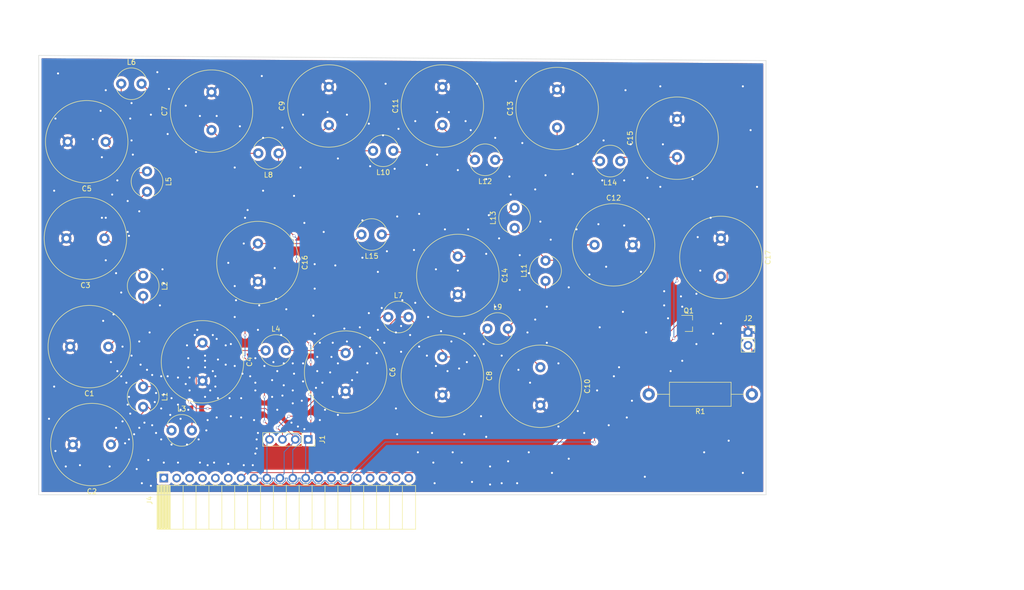
<source format=kicad_pcb>
(kicad_pcb (version 20171130) (host pcbnew 5.1.5+dfsg1-2)
  (layers (0 F.Cu signal) (31 B.Cu signal) (34 B.Paste user) (35 F.Paste user) (36 B.SilkS user) (37 F.SilkS user) (38 B.Mask user) (39 F.Mask user) (44 Edge.Cuts user))
  (net 0 "")
  (net 1 "Net-(J4-Pad1)")
  (net 2 "Net-(J4-Pad2)")
  (net 3 "Net-(J4-Pad3)")
  (net 4 "Net-(J4-Pad4)")
  (net 5 "Net-(J4-Pad5)")
  (net 6 "Net-(J4-Pad6)")
  (net 7 "Net-(J4-Pad7)")
  (net 8 "Net-(J4-Pad18)")
  (net 9 "Net-(J4-Pad19)")
  (net 10 "Net-(J4-Pad20)")
  (net 11 "Net-(J4-Pad13)")
  (net 12 "Net-(J4-Pad14)")
  (net 13 "Net-(J4-Pad15)")
  (net 14 "Net-(J4-Pad16)")
  (net 15 "Net-(J4-Pad17)")
  (net 16 "Net-(C1-Pad1)")
  (net 17 "Net-(C3-Pad1)")
  (net 18 "Net-(C4-Pad1)")
  (net 19 "Net-(C7-Pad1)")
  (net 20 "Net-(C1-Pad2)")
  (net 21 "Net-(C2-Pad1)")
  (net 22 "Net-(C5-Pad1)")
  (net 23 "Net-(C6-Pad1)")
  (net 24 "Net-(C8-Pad1)")
  (net 25 "Net-(C9-Pad1)")
  (net 26 "Net-(C10-Pad1)")
  (net 27 "Net-(C11-Pad1)")
  (net 28 "Net-(C12-Pad1)")
  (net 29 "Net-(C13-Pad1)")
  (net 30 "Net-(C14-Pad1)")
  (net 31 "Net-(C15-Pad1)")
  (net 32 "Net-(C16-Pad1)")
  (net 33 "Net-(C17-Pad2)")
  (net 34 "Net-(J2-Pad2)")
  (module Capacitor_THT:C_Radial_D16.0mm_H25.0mm_P7.50mm (layer F.Cu) (at 109.982 42.672 90)
    (fp_text reference C11 (at 3.75 -9.25 90) (layer F.SilkS))
    (fp_text value C)
    (pad 2 thru_hole circle (at 7.5 0 90) (size 2 2) (drill 1) (layers *.Cu *.Mask) (net 20 "Net-(C1-Pad2)"))
    (pad 1 thru_hole circle (at 0 0 90) (size 2 2) (drill 1) (layers *.Cu *.Mask) (net 27 "Net-(C11-Pad1)"))
  )
  (module Capacitor_THT:C_Radial_D16.0mm_H25.0mm_P7.50mm (layer F.Cu) (at 44.704 105.664 180)
    (fp_text reference C2 (at 3.75 -9.25) (layer F.SilkS))
    (fp_text value C)
    (pad 2 thru_hole circle (at 7.5 0 180) (size 2 2) (drill 1) (layers *.Cu *.Mask) (net 20 "Net-(C1-Pad2)"))
    (pad 1 thru_hole circle (at 0 0 180) (size 2 2) (drill 1) (layers *.Cu *.Mask) (net 21 "Net-(C2-Pad1)"))
  )
  (module Capacitor_THT:C_Radial_D16.0mm_H25.0mm_P7.50mm (layer F.Cu) (at 43.434 65.024 180)
    (fp_text reference C3 (at 3.75 -9.25) (layer F.SilkS))
    (fp_text value C)
    (pad 2 thru_hole circle (at 7.5 0 180) (size 2 2) (drill 1) (layers *.Cu *.Mask) (net 20 "Net-(C1-Pad2)"))
    (pad 1 thru_hole circle (at 0 0 180) (size 2 2) (drill 1) (layers *.Cu *.Mask) (net 17 "Net-(C3-Pad1)"))
  )
  (module Capacitor_THT:C_Radial_D16.0mm_H25.0mm_P7.50mm (layer F.Cu) (at 62.738 85.598 270)
    (fp_text reference C4 (at 3.75 -9.25 90) (layer F.SilkS))
    (fp_text value C)
    (pad 2 thru_hole circle (at 7.5 0 270) (size 2 2) (drill 1) (layers *.Cu *.Mask) (net 20 "Net-(C1-Pad2)"))
    (pad 1 thru_hole circle (at 0 0 270) (size 2 2) (drill 1) (layers *.Cu *.Mask) (net 18 "Net-(C4-Pad1)"))
  )
  (module Capacitor_THT:C_Radial_D16.0mm_H25.0mm_P7.50mm (layer F.Cu) (at 132.588 43.18 90)
    (fp_text reference C13 (at 3.75 -9.25 90) (layer F.SilkS))
    (fp_text value C)
    (pad 2 thru_hole circle (at 7.5 0 90) (size 2 2) (drill 1) (layers *.Cu *.Mask) (net 20 "Net-(C1-Pad2)"))
    (pad 1 thru_hole circle (at 0 0 90) (size 2 2) (drill 1) (layers *.Cu *.Mask) (net 29 "Net-(C13-Pad1)"))
  )
  (module Capacitor_THT:C_Radial_D16.0mm_H25.0mm_P7.50mm (layer F.Cu) (at 139.954 66.294)
    (fp_text reference C12 (at 3.75 -9.25) (layer F.SilkS))
    (fp_text value C)
    (pad 2 thru_hole circle (at 7.5 0) (size 2 2) (drill 1) (layers *.Cu *.Mask) (net 20 "Net-(C1-Pad2)"))
    (pad 1 thru_hole circle (at 0 0) (size 2 2) (drill 1) (layers *.Cu *.Mask) (net 28 "Net-(C12-Pad1)"))
  )
  (module Capacitor_THT:C_Radial_D16.0mm_H25.0mm_P7.50mm (layer F.Cu) (at 73.66 66.04 270)
    (fp_text reference C16 (at 3.75 -9.25 90) (layer F.SilkS))
    (fp_text value C)
    (pad 2 thru_hole circle (at 7.5 0 270) (size 2 2) (drill 1) (layers *.Cu *.Mask) (net 20 "Net-(C1-Pad2)"))
    (pad 1 thru_hole circle (at 0 0 270) (size 2 2) (drill 1) (layers *.Cu *.Mask) (net 32 "Net-(C16-Pad1)"))
  )
  (module Package_TO_SOT_SMD:SOT-23 (layer F.Cu) (at 158.496 81.788)
    (fp_text reference Q1 (at 0 -2.5) (layer F.SilkS))
    (fp_text value 2N7002)
    (pad 3 smd rect (at 1 0) (size 0.9 0.8) (layers F.Cu F.Paste F.Mask) (net 33 "Net-(C17-Pad2)"))
    (pad 2 smd rect (at -1 0.95) (size 0.9 0.8) (layers F.Cu F.Paste F.Mask) (net 31 "Net-(C15-Pad1)"))
    (pad 1 smd rect (at -1 -0.95) (size 0.9 0.8) (layers F.Cu F.Paste F.Mask) (net 7 "Net-(J4-Pad7)"))
  )
  (module Capacitor_THT:C_Radial_D16.0mm_H25.0mm_P7.50mm (layer F.Cu) (at 156.21 49.022 90)
    (fp_text reference C15 (at 3.75 -9.25 90) (layer F.SilkS))
    (fp_text value C)
    (pad 2 thru_hole circle (at 7.5 0 90) (size 2 2) (drill 1) (layers *.Cu *.Mask) (net 20 "Net-(C1-Pad2)"))
    (pad 1 thru_hole circle (at 0 0 90) (size 2 2) (drill 1) (layers *.Cu *.Mask) (net 31 "Net-(C15-Pad1)"))
  )
  (module Capacitor_THT:C_Radial_D16.0mm_H25.0mm_P7.50mm (layer F.Cu) (at 44.196 86.36 180)
    (fp_text reference C1 (at 3.75 -9.25) (layer F.SilkS))
    (fp_text value C)
    (pad 2 thru_hole circle (at 7.5 0 180) (size 2 2) (drill 1) (layers *.Cu *.Mask) (net 20 "Net-(C1-Pad2)"))
    (pad 1 thru_hole circle (at 0 0 180) (size 2 2) (drill 1) (layers *.Cu *.Mask) (net 16 "Net-(C1-Pad1)"))
  )
  (module Capacitor_THT:C_Radial_D16.0mm_H25.0mm_P7.50mm (layer F.Cu) (at 113.03 68.58 270)
    (fp_text reference C14 (at 3.75 -9.25 90) (layer F.SilkS))
    (fp_text value C)
    (pad 2 thru_hole circle (at 7.5 0 270) (size 2 2) (drill 1) (layers *.Cu *.Mask) (net 20 "Net-(C1-Pad2)"))
    (pad 1 thru_hole circle (at 0 0 270) (size 2 2) (drill 1) (layers *.Cu *.Mask) (net 30 "Net-(C14-Pad1)"))
  )
  (module Capacitor_THT:C_Radial_D16.0mm_H25.0mm_P7.50mm (layer F.Cu) (at 164.846 65.024 270)
    (fp_text reference C17 (at 3.75 -9.25 90) (layer F.SilkS))
    (fp_text value C)
    (pad 2 thru_hole circle (at 7.5 0 270) (size 2 2) (drill 1) (layers *.Cu *.Mask) (net 33 "Net-(C17-Pad2)"))
    (pad 1 thru_hole circle (at 0 0 270) (size 2 2) (drill 1) (layers *.Cu *.Mask) (net 20 "Net-(C1-Pad2)"))
  )
  (module Resistor_THT:R_Axial_DIN0414_L11.9mm_D4.5mm_P20.32mm_Horizontal (layer F.Cu) (at 170.942 95.758 180)
    (fp_text reference R1 (at 10.16 -3.37) (layer F.SilkS))
    (fp_text value R)
    (pad 2 thru_hole oval (at 20.32 0 180) (size 2.4 2.4) (drill 1.2) (layers *.Cu *.Mask) (net 33 "Net-(C17-Pad2)"))
    (pad 1 thru_hole circle (at 0 0 180) (size 2.4 2.4) (drill 1.2) (layers *.Cu *.Mask) (net 34 "Net-(J2-Pad2)"))
  )
  (module Connector_PinSocket_2.54mm:PinSocket_1x04_P2.54mm_Vertical (layer F.Cu) (at 83.566 104.648 270)
    (fp_text reference J1 (at 0 -2.77 90) (layer F.SilkS))
    (fp_text value Conn_01x04_Male)
    (pad 4 thru_hole oval (at 0 7.62 270) (size 1.7 1.7) (drill 1) (layers *.Cu *.Mask) (net 32 "Net-(C16-Pad1)"))
    (pad 3 thru_hole oval (at 0 5.08 270) (size 1.7 1.7) (drill 1) (layers *.Cu *.Mask) (net 24 "Net-(C8-Pad1)"))
    (pad 2 thru_hole oval (at 0 2.54 270) (size 1.7 1.7) (drill 1) (layers *.Cu *.Mask) (net 16 "Net-(C1-Pad1)"))
    (pad 1 thru_hole rect (at 0 0 270) (size 1.7 1.7) (drill 1) (layers *.Cu *.Mask) (net 25 "Net-(C9-Pad1)"))
  )
  (module Capacitor_THT:C_Radial_D16.0mm_H25.0mm_P7.50mm (layer F.Cu) (at 129.286 90.424 270)
    (fp_text reference C10 (at 3.75 -9.25 90) (layer F.SilkS))
    (fp_text value C)
    (pad 2 thru_hole circle (at 7.5 0 270) (size 2 2) (drill 1) (layers *.Cu *.Mask) (net 20 "Net-(C1-Pad2)"))
    (pad 1 thru_hole circle (at 0 0 270) (size 2 2) (drill 1) (layers *.Cu *.Mask) (net 26 "Net-(C10-Pad1)"))
  )
  (module Capacitor_THT:C_Radial_D16.0mm_H25.0mm_P7.50mm (layer F.Cu) (at 43.688 45.974 180)
    (fp_text reference C5 (at 3.75 -9.25) (layer F.SilkS))
    (fp_text value C)
    (pad 2 thru_hole circle (at 7.5 0 180) (size 2 2) (drill 1) (layers *.Cu *.Mask) (net 20 "Net-(C1-Pad2)"))
    (pad 1 thru_hole circle (at 0 0 180) (size 2 2) (drill 1) (layers *.Cu *.Mask) (net 22 "Net-(C5-Pad1)"))
  )
  (module Capacitor_THT:C_Radial_D16.0mm_H25.0mm_P7.50mm (layer F.Cu) (at 90.932 87.63 270)
    (fp_text reference C6 (at 3.75 -9.25 90) (layer F.SilkS))
    (fp_text value C)
    (pad 2 thru_hole circle (at 7.5 0 270) (size 2 2) (drill 1) (layers *.Cu *.Mask) (net 20 "Net-(C1-Pad2)"))
    (pad 1 thru_hole circle (at 0 0 270) (size 2 2) (drill 1) (layers *.Cu *.Mask) (net 23 "Net-(C6-Pad1)"))
  )
  (module Capacitor_THT:C_Radial_D16.0mm_H25.0mm_P7.50mm (layer F.Cu) (at 109.982 88.392 270)
    (fp_text reference C8 (at 3.75 -9.25 90) (layer F.SilkS))
    (fp_text value C)
    (pad 2 thru_hole circle (at 7.5 0 270) (size 2 2) (drill 1) (layers *.Cu *.Mask) (net 20 "Net-(C1-Pad2)"))
    (pad 1 thru_hole circle (at 0 0 270) (size 2 2) (drill 1) (layers *.Cu *.Mask) (net 24 "Net-(C8-Pad1)"))
  )
  (module Capacitor_THT:C_Radial_D16.0mm_H25.0mm_P7.50mm (layer F.Cu) (at 87.63 42.672 90)
    (fp_text reference C9 (at 3.75 -9.25 90) (layer F.SilkS))
    (fp_text value C)
    (pad 2 thru_hole circle (at 7.5 0 90) (size 2 2) (drill 1) (layers *.Cu *.Mask) (net 20 "Net-(C1-Pad2)"))
    (pad 1 thru_hole circle (at 0 0 90) (size 2 2) (drill 1) (layers *.Cu *.Mask) (net 25 "Net-(C9-Pad1)"))
  )
  (module Capacitor_THT:C_Radial_D16.0mm_H25.0mm_P7.50mm (layer F.Cu) (at 64.516 43.688 90)
    (fp_text reference C7 (at 3.75 -9.25 90) (layer F.SilkS))
    (fp_text value C)
    (pad 2 thru_hole circle (at 7.5 0 90) (size 2 2) (drill 1) (layers *.Cu *.Mask) (net 20 "Net-(C1-Pad2)"))
    (pad 1 thru_hole circle (at 0 0 90) (size 2 2) (drill 1) (layers *.Cu *.Mask) (net 19 "Net-(C7-Pad1)"))
  )
  (module Connector_PinSocket_2.54mm:PinSocket_1x02_P2.54mm_Vertical (layer F.Cu) (at 170.18 83.566)
    (fp_text reference J2 (at 0 -2.77) (layer F.SilkS))
    (fp_text value Conn_01x02_Male)
    (pad 2 thru_hole oval (at 0 2.54) (size 1.7 1.7) (drill 1) (layers *.Cu *.Mask) (net 34 "Net-(J2-Pad2)"))
    (pad 1 thru_hole rect (at 0 0) (size 1.7 1.7) (drill 1) (layers *.Cu *.Mask) (net 20 "Net-(C1-Pad2)"))
  )
  (module Inductor_THT:L_Radial_D6.0mm_P4.00mm (layer F.Cu) (at 51.054 94.234 270)
    (fp_text reference L1 (at 2 -4.25 90) (layer F.SilkS))
    (fp_text value L)
    (pad 2 thru_hole circle (at 4 0 270) (size 2 2) (drill 1) (layers *.Cu *.Mask) (net 21 "Net-(C2-Pad1)"))
    (pad 1 thru_hole circle (at 0 0 270) (size 2 2) (drill 1) (layers *.Cu *.Mask) (net 16 "Net-(C1-Pad1)"))
  )
  (module Inductor_THT:L_Radial_D6.0mm_P4.00mm (layer F.Cu) (at 51.054 72.39 270)
    (fp_text reference L2 (at 2 -4.25 90) (layer F.SilkS))
    (fp_text value L)
    (pad 2 thru_hole circle (at 4 0 270) (size 2 2) (drill 1) (layers *.Cu *.Mask) (net 16 "Net-(C1-Pad1)"))
    (pad 1 thru_hole circle (at 0 0 270) (size 2 2) (drill 1) (layers *.Cu *.Mask) (net 17 "Net-(C3-Pad1)"))
  )
  (module Inductor_THT:L_Radial_D6.0mm_P4.00mm (layer F.Cu) (at 56.642 102.87)
    (fp_text reference L3 (at 2 -4.25) (layer F.SilkS))
    (fp_text value L)
    (pad 2 thru_hole circle (at 4 0) (size 2 2) (drill 1) (layers *.Cu *.Mask) (net 18 "Net-(C4-Pad1)"))
    (pad 1 thru_hole circle (at 0 0) (size 2 2) (drill 1) (layers *.Cu *.Mask) (net 21 "Net-(C2-Pad1)"))
  )
  (module Inductor_THT:L_Radial_D6.0mm_P4.00mm (layer F.Cu) (at 75.184 87.122)
    (fp_text reference L4 (at 2 -4.25) (layer F.SilkS))
    (fp_text value L)
    (pad 2 thru_hole circle (at 4 0) (size 2 2) (drill 1) (layers *.Cu *.Mask) (net 23 "Net-(C6-Pad1)"))
    (pad 1 thru_hole circle (at 0 0) (size 2 2) (drill 1) (layers *.Cu *.Mask) (net 18 "Net-(C4-Pad1)"))
  )
  (module Inductor_THT:L_Radial_D6.0mm_P4.00mm (layer F.Cu) (at 51.816 51.816 270)
    (fp_text reference L5 (at 2 -4.25 90) (layer F.SilkS))
    (fp_text value L)
    (pad 2 thru_hole circle (at 4 0 270) (size 2 2) (drill 1) (layers *.Cu *.Mask) (net 17 "Net-(C3-Pad1)"))
    (pad 1 thru_hole circle (at 0 0 270) (size 2 2) (drill 1) (layers *.Cu *.Mask) (net 22 "Net-(C5-Pad1)"))
  )
  (module Inductor_THT:L_Radial_D6.0mm_P4.00mm (layer F.Cu) (at 46.736 34.544)
    (fp_text reference L6 (at 2 -4.25) (layer F.SilkS))
    (fp_text value L)
    (pad 2 thru_hole circle (at 4 0) (size 2 2) (drill 1) (layers *.Cu *.Mask) (net 19 "Net-(C7-Pad1)"))
    (pad 1 thru_hole circle (at 0 0) (size 2 2) (drill 1) (layers *.Cu *.Mask) (net 22 "Net-(C5-Pad1)"))
  )
  (module Inductor_THT:L_Radial_D6.0mm_P4.00mm (layer F.Cu) (at 99.314 80.518)
    (fp_text reference L7 (at 2 -4.25) (layer F.SilkS))
    (fp_text value L)
    (pad 2 thru_hole circle (at 4 0) (size 2 2) (drill 1) (layers *.Cu *.Mask) (net 24 "Net-(C8-Pad1)"))
    (pad 1 thru_hole circle (at 0 0) (size 2 2) (drill 1) (layers *.Cu *.Mask) (net 23 "Net-(C6-Pad1)"))
  )
  (module Inductor_THT:L_Radial_D6.0mm_P4.00mm (layer F.Cu) (at 77.724 48.26 180)
    (fp_text reference L8 (at 2 -4.25) (layer F.SilkS))
    (fp_text value L)
    (pad 2 thru_hole circle (at 4 0 180) (size 2 2) (drill 1) (layers *.Cu *.Mask) (net 19 "Net-(C7-Pad1)"))
    (pad 1 thru_hole circle (at 0 0 180) (size 2 2) (drill 1) (layers *.Cu *.Mask) (net 25 "Net-(C9-Pad1)"))
  )
  (module Inductor_THT:L_Radial_D6.0mm_P4.00mm (layer F.Cu) (at 118.872 82.804)
    (fp_text reference L9 (at 2 -4.25) (layer F.SilkS))
    (fp_text value L)
    (pad 2 thru_hole circle (at 4 0) (size 2 2) (drill 1) (layers *.Cu *.Mask) (net 26 "Net-(C10-Pad1)"))
    (pad 1 thru_hole circle (at 0 0) (size 2 2) (drill 1) (layers *.Cu *.Mask) (net 24 "Net-(C8-Pad1)"))
  )
  (module Inductor_THT:L_Radial_D6.0mm_P4.00mm (layer F.Cu) (at 100.33 47.752 180)
    (fp_text reference L10 (at 2 -4.25) (layer F.SilkS))
    (fp_text value L)
    (pad 2 thru_hole circle (at 4 0 180) (size 2 2) (drill 1) (layers *.Cu *.Mask) (net 25 "Net-(C9-Pad1)"))
    (pad 1 thru_hole circle (at 0 0 180) (size 2 2) (drill 1) (layers *.Cu *.Mask) (net 27 "Net-(C11-Pad1)"))
  )
  (module Inductor_THT:L_Radial_D6.0mm_P4.00mm (layer F.Cu) (at 130.302 73.406 90)
    (fp_text reference L11 (at 2 -4.25 90) (layer F.SilkS))
    (fp_text value L)
    (pad 2 thru_hole circle (at 4 0 90) (size 2 2) (drill 1) (layers *.Cu *.Mask) (net 28 "Net-(C12-Pad1)"))
    (pad 1 thru_hole circle (at 0 0 90) (size 2 2) (drill 1) (layers *.Cu *.Mask) (net 26 "Net-(C10-Pad1)"))
  )
  (module Inductor_THT:L_Radial_D6.0mm_P4.00mm (layer F.Cu) (at 120.396 49.53 180)
    (fp_text reference L12 (at 2 -4.25) (layer F.SilkS))
    (fp_text value L)
    (pad 2 thru_hole circle (at 4 0 180) (size 2 2) (drill 1) (layers *.Cu *.Mask) (net 27 "Net-(C11-Pad1)"))
    (pad 1 thru_hole circle (at 0 0 180) (size 2 2) (drill 1) (layers *.Cu *.Mask) (net 29 "Net-(C13-Pad1)"))
  )
  (module Inductor_THT:L_Radial_D6.0mm_P4.00mm (layer F.Cu) (at 124.206 62.992 90)
    (fp_text reference L13 (at 2 -4.25 90) (layer F.SilkS))
    (fp_text value L)
    (pad 2 thru_hole circle (at 4 0 90) (size 2 2) (drill 1) (layers *.Cu *.Mask) (net 30 "Net-(C14-Pad1)"))
    (pad 1 thru_hole circle (at 0 0 90) (size 2 2) (drill 1) (layers *.Cu *.Mask) (net 28 "Net-(C12-Pad1)"))
  )
  (module Inductor_THT:L_Radial_D6.0mm_P4.00mm (layer F.Cu) (at 145.034 49.784 180)
    (fp_text reference L14 (at 2 -4.25) (layer F.SilkS))
    (fp_text value L)
    (pad 2 thru_hole circle (at 4 0 180) (size 2 2) (drill 1) (layers *.Cu *.Mask) (net 29 "Net-(C13-Pad1)"))
    (pad 1 thru_hole circle (at 0 0 180) (size 2 2) (drill 1) (layers *.Cu *.Mask) (net 31 "Net-(C15-Pad1)"))
  )
  (module Inductor_THT:L_Radial_D6.0mm_P4.00mm (layer F.Cu) (at 98.044 64.262 180)
    (fp_text reference L15 (at 2 -4.25) (layer F.SilkS))
    (fp_text value L)
    (pad 2 thru_hole circle (at 4 0 180) (size 2 2) (drill 1) (layers *.Cu *.Mask) (net 32 "Net-(C16-Pad1)"))
    (pad 1 thru_hole circle (at 0 0 180) (size 2 2) (drill 1) (layers *.Cu *.Mask) (net 30 "Net-(C14-Pad1)"))
  )
  (module Connector_PinSocket_2.54mm:PinSocket_1x20_P2.54mm_Horizontal (layer F.Cu) (at 55.118 112.268 90)
    (fp_text reference J4 (at -4.38 -2.77 90) (layer F.SilkS))
    (fp_text value Conn_01x20_Female)
    (pad 20 thru_hole oval (at 0 48.26 90) (size 1.7 1.7) (drill 1) (layers *.Cu *.Mask) (net 10 "Net-(J4-Pad20)"))
    (pad 19 thru_hole oval (at 0 45.72 90) (size 1.7 1.7) (drill 1) (layers *.Cu *.Mask) (net 9 "Net-(J4-Pad19)"))
    (pad 18 thru_hole oval (at 0 43.18 90) (size 1.7 1.7) (drill 1) (layers *.Cu *.Mask) (net 8 "Net-(J4-Pad18)"))
    (pad 17 thru_hole oval (at 0 40.64 90) (size 1.7 1.7) (drill 1) (layers *.Cu *.Mask) (net 15 "Net-(J4-Pad17)"))
    (pad 16 thru_hole oval (at 0 38.1 90) (size 1.7 1.7) (drill 1) (layers *.Cu *.Mask) (net 14 "Net-(J4-Pad16)"))
    (pad 15 thru_hole oval (at 0 35.56 90) (size 1.7 1.7) (drill 1) (layers *.Cu *.Mask) (net 13 "Net-(J4-Pad15)"))
    (pad 14 thru_hole oval (at 0 33.02 90) (size 1.7 1.7) (drill 1) (layers *.Cu *.Mask) (net 12 "Net-(J4-Pad14)"))
    (pad 13 thru_hole oval (at 0 30.48 90) (size 1.7 1.7) (drill 1) (layers *.Cu *.Mask) (net 11 "Net-(J4-Pad13)"))
    (pad 12 thru_hole oval (at 0 27.94 90) (size 1.7 1.7) (drill 1) (layers *.Cu *.Mask) (net 25 "Net-(C9-Pad1)"))
    (pad 11 thru_hole oval (at 0 25.4 90) (size 1.7 1.7) (drill 1) (layers *.Cu *.Mask) (net 24 "Net-(C8-Pad1)"))
    (pad 10 thru_hole oval (at 0 22.86 90) (size 1.7 1.7) (drill 1) (layers *.Cu *.Mask) (net 16 "Net-(C1-Pad1)"))
    (pad 9 thru_hole oval (at 0 20.32 90) (size 1.7 1.7) (drill 1) (layers *.Cu *.Mask) (net 32 "Net-(C16-Pad1)"))
    (pad 8 thru_hole oval (at 0 17.78 90) (size 1.7 1.7) (drill 1) (layers *.Cu *.Mask) (net 31 "Net-(C15-Pad1)"))
    (pad 7 thru_hole oval (at 0 15.24 90) (size 1.7 1.7) (drill 1) (layers *.Cu *.Mask) (net 7 "Net-(J4-Pad7)"))
    (pad 6 thru_hole oval (at 0 12.7 90) (size 1.7 1.7) (drill 1) (layers *.Cu *.Mask) (net 6 "Net-(J4-Pad6)"))
    (pad 5 thru_hole oval (at 0 10.16 90) (size 1.7 1.7) (drill 1) (layers *.Cu *.Mask) (net 5 "Net-(J4-Pad5)"))
    (pad 4 thru_hole oval (at 0 7.62 90) (size 1.7 1.7) (drill 1) (layers *.Cu *.Mask) (net 4 "Net-(J4-Pad4)"))
    (pad 3 thru_hole oval (at 0 5.08 90) (size 1.7 1.7) (drill 1) (layers *.Cu *.Mask) (net 3 "Net-(J4-Pad3)"))
    (pad 2 thru_hole oval (at 0 2.54 90) (size 1.7 1.7) (drill 1) (layers *.Cu *.Mask) (net 2 "Net-(J4-Pad2)"))
    (pad 1 thru_hole rect (at 0 0 90) (size 1.7 1.7) (drill 1) (layers *.Cu *.Mask) (net 1 "Net-(J4-Pad1)"))
  )
  (gr_line (start 30.48 28.956) (end 173.736 29.972) (layer Edge.Cuts) (width 0.1))
  (gr_line (start 30.48 115.57) (end 30.48 28.956) (layer Edge.Cuts) (width 0.1))
  (gr_line (start 173.736 115.57) (end 30.48 115.57) (layer Edge.Cuts) (width 0.1))
  (gr_line (start 173.736 29.972) (end 173.736 115.57) (layer Edge.Cuts) (width 0.1))
  (segment (start 71.433001 111.192999) (end 127.059001 111.192999) (width 0.15) (layer F.Cu) (net 7))
  (segment (start 70.358 112.268) (end 71.433001 111.192999) (width 0.15) (layer F.Cu) (net 7))
  (segment (start 127.059001 111.192999) (end 157.48 80.772) (width 0.15) (layer F.Cu) (net 7))
  (segment (start 78.827999 111.418001) (end 78.827999 107.100001) (width 0.15) (layer B.Cu) (net 16))
  (segment (start 77.978 112.268) (end 78.827999 111.418001) (width 0.15) (layer B.Cu) (net 16))
  (segment (start 78.827999 107.100001) (end 81.026 104.902) (width 0.15) (layer B.Cu) (net 16))
  (segment (start 51.054 76.39) (end 51.054 79.502) (width 0.15) (layer F.Cu) (net 16))
  (segment (start 51.054 79.502) (end 44.196 86.36) (width 0.15) (layer F.Cu) (net 16))
  (segment (start 44.196 86.36) (end 51.054 93.218) (width 0.15) (layer F.Cu) (net 16))
  (segment (start 51.054 93.218) (end 51.054 94.234) (width 0.15) (layer F.Cu) (net 16))
  (via (at 60.198 97.282) (size 0.5) (drill 0.4) (layers F.Cu B.Cu) (net 16))
  (segment (start 51.054 94.234) (end 57.15 94.234) (width 0.15) (layer F.Cu) (net 16))
  (segment (start 57.15 94.234) (end 60.198 97.282) (width 0.15) (layer F.Cu) (net 16))
  (segment (start 60.198 97.282) (end 61.468 98.552) (width 0.15) (layer B.Cu) (net 16))
  (via (at 63.754 98.552) (size 0.5) (drill 0.4) (layers F.Cu B.Cu) (net 16))
  (segment (start 61.468 98.552) (end 63.754 98.552) (width 0.15) (layer B.Cu) (net 16))
  (segment (start 63.754 98.552) (end 75.184 98.552) (width 0.15) (layer F.Cu) (net 16))
  (segment (start 75.184 98.552) (end 81.026 104.394) (width 0.15) (layer F.Cu) (net 16))
  (segment (start 51.816 55.816) (end 43.688 63.944) (width 0.15) (layer F.Cu) (net 17))
  (segment (start 43.688 63.944) (end 43.688 65.278) (width 0.15) (layer F.Cu) (net 17))
  (segment (start 43.688 65.278) (end 44.196 65.278) (width 0.15) (layer F.Cu) (net 17))
  (segment (start 44.196 65.278) (end 51.308 72.39) (width 0.15) (layer F.Cu) (net 17))
  (segment (start 61.512999 100.584788) (end 61.512999 86.569001) (width 0.15) (layer F.Cu) (net 18))
  (segment (start 60.642 102.87) (end 60.642 101.455787) (width 0.15) (layer F.Cu) (net 18))
  (segment (start 60.642 101.455787) (end 61.512999 100.584788) (width 0.15) (layer F.Cu) (net 18))
  (segment (start 61.512999 86.569001) (end 62.738 85.344) (width 0.15) (layer F.Cu) (net 18))
  (segment (start 62.738 85.344) (end 64.516 87.122) (width 0.15) (layer F.Cu) (net 18))
  (segment (start 64.516 87.122) (end 75.184 87.122) (width 0.15) (layer F.Cu) (net 18))
  (segment (start 73.724 48.26) (end 69.088 48.26) (width 0.15) (layer F.Cu) (net 19))
  (segment (start 69.088 48.26) (end 64.516 43.688) (width 0.15) (layer F.Cu) (net 19))
  (segment (start 63.516001 42.688001) (end 58.944001 42.688001) (width 0.15) (layer F.Cu) (net 19))
  (segment (start 64.516 43.688) (end 63.516001 42.688001) (width 0.15) (layer F.Cu) (net 19))
  (segment (start 58.944001 42.688001) (end 50.546 34.29) (width 0.15) (layer F.Cu) (net 19))
  (segment (start 166.071001 66.249001) (end 166.071001 78.949001) (width 0.15) (layer F.Cu) (net 20))
  (segment (start 164.846 65.024) (end 166.071001 66.249001) (width 0.15) (layer F.Cu) (net 20))
  (segment (start 166.071001 78.949001) (end 170.434 83.312) (width 0.15) (layer F.Cu) (net 20))
  (via (at 45.72 102.362) (size 0.5) (drill 0.4) (layers F.Cu B.Cu) (net 20))
  (via (at 46.99 101.092) (size 0.5) (drill 0.4) (layers F.Cu B.Cu) (net 20))
  (via (at 48.514 99.568) (size 0.5) (drill 0.4) (layers F.Cu B.Cu) (net 20))
  (via (at 51.308 101.346) (size 0.5) (drill 0.4) (layers F.Cu B.Cu) (net 20))
  (via (at 50.292 102.362) (size 0.5) (drill 0.4) (layers F.Cu B.Cu) (net 20))
  (via (at 49.276 103.632) (size 0.5) (drill 0.4) (layers F.Cu B.Cu) (net 20))
  (via (at 48.26 104.648) (size 0.5) (drill 0.4) (layers F.Cu B.Cu) (net 20))
  (via (at 47.498 105.41) (size 0.5) (drill 0.4) (layers F.Cu B.Cu) (net 20))
  (via (at 52.832 101.854) (size 0.5) (drill 0.4) (layers F.Cu B.Cu) (net 20))
  (via (at 53.594 103.378) (size 0.5) (drill 0.4) (layers F.Cu B.Cu) (net 20))
  (via (at 54.61 104.648) (size 0.5) (drill 0.4) (layers F.Cu B.Cu) (net 20))
  (via (at 56.642 105.664) (size 0.5) (drill 0.4) (layers F.Cu B.Cu) (net 20))
  (via (at 59.69 105.664) (size 0.5) (drill 0.4) (layers F.Cu B.Cu) (net 20))
  (via (at 61.976 104.648) (size 0.5) (drill 0.4) (layers F.Cu B.Cu) (net 20))
  (via (at 63.5 102.87) (size 0.5) (drill 0.4) (layers F.Cu B.Cu) (net 20))
  (via (at 63.754 100.838) (size 0.5) (drill 0.4) (layers F.Cu B.Cu) (net 20))
  (via (at 53.34 97.282) (size 0.5) (drill 0.4) (layers F.Cu B.Cu) (net 20))
  (via (at 54.61 98.552) (size 0.5) (drill 0.4) (layers F.Cu B.Cu) (net 20))
  (via (at 56.388 99.822) (size 0.5) (drill 0.4) (layers F.Cu B.Cu) (net 20))
  (via (at 58.42 100.584) (size 0.5) (drill 0.4) (layers F.Cu B.Cu) (net 20))
  (via (at 59.944 98.806) (size 0.5) (drill 0.4) (layers F.Cu B.Cu) (net 20))
  (via (at 53.594 95.504) (size 0.5) (drill 0.4) (layers F.Cu B.Cu) (net 20))
  (via (at 55.118 95.758) (size 0.5) (drill 0.4) (layers F.Cu B.Cu) (net 20))
  (via (at 56.642 96.52) (size 0.5) (drill 0.4) (layers F.Cu B.Cu) (net 20))
  (via (at 57.912 97.79) (size 0.5) (drill 0.4) (layers F.Cu B.Cu) (net 20))
  (via (at 58.42 98.806) (size 0.5) (drill 0.4) (layers F.Cu B.Cu) (net 20))
  (via (at 47.752 93.472) (size 0.5) (drill 0.4) (layers F.Cu B.Cu) (net 20))
  (via (at 48.26 96.266) (size 0.5) (drill 0.4) (layers F.Cu B.Cu) (net 20))
  (via (at 48.006 97.79) (size 0.5) (drill 0.4) (layers F.Cu B.Cu) (net 20))
  (via (at 44.704 89.408) (size 0.5) (drill 0.4) (layers F.Cu B.Cu) (net 20))
  (via (at 45.974 91.186) (size 0.5) (drill 0.4) (layers F.Cu B.Cu) (net 20))
  (via (at 46.736 92.202) (size 0.5) (drill 0.4) (layers F.Cu B.Cu) (net 20))
  (via (at 46.99 86.36) (size 0.5) (drill 0.4) (layers F.Cu B.Cu) (net 20))
  (via (at 48.768 88.138) (size 0.5) (drill 0.4) (layers F.Cu B.Cu) (net 20))
  (via (at 50.546 89.916) (size 0.5) (drill 0.4) (layers F.Cu B.Cu) (net 20))
  (via (at 51.816 90.932) (size 0.5) (drill 0.4) (layers F.Cu B.Cu) (net 20))
  (via (at 52.832 91.948) (size 0.5) (drill 0.4) (layers F.Cu B.Cu) (net 20))
  (via (at 54.61 92.202) (size 0.5) (drill 0.4) (layers F.Cu B.Cu) (net 20))
  (via (at 55.88 92.202) (size 0.5) (drill 0.4) (layers F.Cu B.Cu) (net 20))
  (via (at 57.912 92.456) (size 0.5) (drill 0.4) (layers F.Cu B.Cu) (net 20))
  (via (at 59.436 93.726) (size 0.5) (drill 0.4) (layers F.Cu B.Cu) (net 20))
  (via (at 60.198 94.996) (size 0.5) (drill 0.4) (layers F.Cu B.Cu) (net 20))
  (via (at 60.198 92.456) (size 0.5) (drill 0.4) (layers F.Cu B.Cu) (net 20))
  (via (at 59.944 90.424) (size 0.5) (drill 0.4) (layers F.Cu B.Cu) (net 20))
  (via (at 59.944 88.646) (size 0.5) (drill 0.4) (layers F.Cu B.Cu) (net 20))
  (via (at 59.69 86.106) (size 0.5) (drill 0.4) (layers F.Cu B.Cu) (net 20))
  (via (at 61.214 84.074) (size 0.5) (drill 0.4) (layers F.Cu B.Cu) (net 20))
  (via (at 61.722 83.058) (size 0.5) (drill 0.4) (layers F.Cu B.Cu) (net 20))
  (via (at 64.77 84.074) (size 0.5) (drill 0.4) (layers F.Cu B.Cu) (net 20))
  (via (at 65.532 84.836) (size 0.5) (drill 0.4) (layers F.Cu B.Cu) (net 20))
  (via (at 67.31 86.106) (size 0.5) (drill 0.4) (layers F.Cu B.Cu) (net 20))
  (via (at 68.326 85.852) (size 0.5) (drill 0.4) (layers F.Cu B.Cu) (net 20))
  (via (at 63.246 88.138) (size 0.5) (drill 0.4) (layers F.Cu B.Cu) (net 20))
  (via (at 63.246 89.154) (size 0.5) (drill 0.4) (layers F.Cu B.Cu) (net 20))
  (via (at 63.246 90.424) (size 0.5) (drill 0.4) (layers F.Cu B.Cu) (net 20))
  (via (at 64.77 91.186) (size 0.5) (drill 0.4) (layers F.Cu B.Cu) (net 20))
  (via (at 65.278 92.202) (size 0.5) (drill 0.4) (layers F.Cu B.Cu) (net 20))
  (via (at 65.278 94.234) (size 0.5) (drill 0.4) (layers F.Cu B.Cu) (net 20))
  (via (at 64.262 94.996) (size 0.5) (drill 0.4) (layers F.Cu B.Cu) (net 20))
  (via (at 63.246 96.266) (size 0.5) (drill 0.4) (layers F.Cu B.Cu) (net 20))
  (via (at 65.786 88.9) (size 0.5) (drill 0.4) (layers F.Cu B.Cu) (net 20))
  (via (at 67.31 89.916) (size 0.5) (drill 0.4) (layers F.Cu B.Cu) (net 20))
  (via (at 70.612 91.694) (size 0.5) (drill 0.4) (layers F.Cu B.Cu) (net 20))
  (via (at 69.088 90.17) (size 0.5) (drill 0.4) (layers F.Cu B.Cu) (net 20))
  (via (at 72.136 92.202) (size 0.5) (drill 0.4) (layers F.Cu B.Cu) (net 20))
  (via (at 73.152 93.472) (size 0.5) (drill 0.4) (layers F.Cu B.Cu) (net 20))
  (via (at 73.152 94.996) (size 0.5) (drill 0.4) (layers F.Cu B.Cu) (net 20))
  (via (at 70.358 96.52) (size 0.5) (drill 0.4) (layers F.Cu B.Cu) (net 20))
  (via (at 68.072 96.52) (size 0.5) (drill 0.4) (layers F.Cu B.Cu) (net 20))
  (via (at 65.786 96.52) (size 0.5) (drill 0.4) (layers F.Cu B.Cu) (net 20))
  (via (at 65.532 100.33) (size 0.5) (drill 0.4) (layers F.Cu B.Cu) (net 20))
  (via (at 68.326 100.076) (size 0.5) (drill 0.4) (layers F.Cu B.Cu) (net 20))
  (via (at 70.358 100.33) (size 0.5) (drill 0.4) (layers F.Cu B.Cu) (net 20))
  (via (at 72.898 100.838) (size 0.5) (drill 0.4) (layers F.Cu B.Cu) (net 20))
  (via (at 81.534 102.108) (size 0.5) (drill 0.4) (layers F.Cu B.Cu) (net 20))
  (via (at 82.804 102.616) (size 0.5) (drill 0.4) (layers F.Cu B.Cu) (net 20))
  (via (at 80.264 101.346) (size 0.5) (drill 0.4) (layers F.Cu B.Cu) (net 20))
  (via (at 73.66 103.378) (size 0.5) (drill 0.4) (layers F.Cu B.Cu) (net 20))
  (via (at 73.406 104.648) (size 0.5) (drill 0.4) (layers F.Cu B.Cu) (net 20))
  (via (at 73.406 106.426) (size 0.5) (drill 0.4) (layers F.Cu B.Cu) (net 20))
  (via (at 73.152 107.442) (size 0.5) (drill 0.4) (layers F.Cu B.Cu) (net 20))
  (via (at 72.644 109.728) (size 0.5) (drill 0.4) (layers F.Cu B.Cu) (net 20))
  (via (at 70.866 109.728) (size 0.5) (drill 0.4) (layers F.Cu B.Cu) (net 20))
  (via (at 67.818 109.474) (size 0.5) (drill 0.4) (layers F.Cu B.Cu) (net 20))
  (via (at 65.024 109.22) (size 0.5) (drill 0.4) (layers F.Cu B.Cu) (net 20))
  (via (at 63.754 109.728) (size 0.5) (drill 0.4) (layers F.Cu B.Cu) (net 20))
  (via (at 62.23 109.22) (size 0.5) (drill 0.4) (layers F.Cu B.Cu) (net 20))
  (via (at 57.912 109.22) (size 0.5) (drill 0.4) (layers F.Cu B.Cu) (net 20))
  (via (at 55.118 109.22) (size 0.5) (drill 0.4) (layers F.Cu B.Cu) (net 20))
  (via (at 52.07 108.712) (size 0.5) (drill 0.4) (layers F.Cu B.Cu) (net 20))
  (via (at 49.784 110.49) (size 0.5) (drill 0.4) (layers F.Cu B.Cu) (net 20))
  (via (at 50.8 113.284) (size 0.5) (drill 0.4) (layers F.Cu B.Cu) (net 20))
  (via (at 52.578 113.792) (size 0.5) (drill 0.4) (layers F.Cu B.Cu) (net 20))
  (via (at 44.45 109.982) (size 0.5) (drill 0.4) (layers F.Cu B.Cu) (net 20))
  (via (at 38.608 109.728) (size 0.5) (drill 0.4) (layers F.Cu B.Cu) (net 20))
  (via (at 35.814 109.982) (size 0.5) (drill 0.4) (layers F.Cu B.Cu) (net 20))
  (via (at 33.528 94.234) (size 0.5) (drill 0.4) (layers F.Cu B.Cu) (net 20))
  (via (at 32.512 100.584) (size 0.5) (drill 0.4) (layers F.Cu B.Cu) (net 20))
  (via (at 33.782 106.934) (size 0.5) (drill 0.4) (layers F.Cu B.Cu) (net 20))
  (via (at 43.18 81.28) (size 0.5) (drill 0.4) (layers F.Cu B.Cu) (net 20))
  (via (at 45.212 80.01) (size 0.5) (drill 0.4) (layers F.Cu B.Cu) (net 20))
  (via (at 46.736 75.692) (size 0.5) (drill 0.4) (layers F.Cu B.Cu) (net 20))
  (via (at 45.72 71.882) (size 0.5) (drill 0.4) (layers F.Cu B.Cu) (net 20))
  (via (at 43.688 69.342) (size 0.5) (drill 0.4) (layers F.Cu B.Cu) (net 20))
  (via (at 48.26 64.516) (size 0.5) (drill 0.4) (layers F.Cu B.Cu) (net 20))
  (via (at 54.864 71.12) (size 0.5) (drill 0.4) (layers F.Cu B.Cu) (net 20))
  (via (at 55.118 73.914) (size 0.5) (drill 0.4) (layers F.Cu B.Cu) (net 20))
  (via (at 54.356 78.232) (size 0.5) (drill 0.4) (layers F.Cu B.Cu) (net 20))
  (via (at 52.324 83.566) (size 0.5) (drill 0.4) (layers F.Cu B.Cu) (net 20))
  (via (at 50.292 85.344) (size 0.5) (drill 0.4) (layers F.Cu B.Cu) (net 20))
  (via (at 69.088 80.518) (size 0.5) (drill 0.4) (layers F.Cu B.Cu) (net 20))
  (via (at 69.342 77.216) (size 0.5) (drill 0.4) (layers F.Cu B.Cu) (net 20))
  (via (at 69.088 74.422) (size 0.5) (drill 0.4) (layers F.Cu B.Cu) (net 20))
  (via (at 67.818 69.85) (size 0.5) (drill 0.4) (layers F.Cu B.Cu) (net 20))
  (via (at 70.866 66.04) (size 0.5) (drill 0.4) (layers F.Cu B.Cu) (net 20))
  (via (at 71.12 60.96) (size 0.5) (drill 0.4) (layers F.Cu B.Cu) (net 20))
  (via (at 71.628 59.436) (size 0.5) (drill 0.4) (layers F.Cu B.Cu) (net 20))
  (via (at 74.676 55.626) (size 0.5) (drill 0.4) (layers F.Cu B.Cu) (net 20))
  (via (at 76.962 70.866) (size 0.5) (drill 0.4) (layers F.Cu B.Cu) (net 20))
  (via (at 77.216 76.962) (size 0.5) (drill 0.4) (layers F.Cu B.Cu) (net 20))
  (via (at 73.914 78.232) (size 0.5) (drill 0.4) (layers F.Cu B.Cu) (net 20))
  (via (at 73.66 83.058) (size 0.5) (drill 0.4) (layers F.Cu B.Cu) (net 20))
  (via (at 78.232 84.074) (size 0.5) (drill 0.4) (layers F.Cu B.Cu) (net 20))
  (via (at 79.248 78.994) (size 0.5) (drill 0.4) (layers F.Cu B.Cu) (net 20))
  (via (at 84.836 70.104) (size 0.5) (drill 0.4) (layers F.Cu B.Cu) (net 20))
  (via (at 84.836 74.93) (size 0.5) (drill 0.4) (layers F.Cu B.Cu) (net 20))
  (via (at 84.582 80.264) (size 0.5) (drill 0.4) (layers F.Cu B.Cu) (net 20))
  (via (at 84.836 83.82) (size 0.5) (drill 0.4) (layers F.Cu B.Cu) (net 20))
  (via (at 90.678 82.804) (size 0.5) (drill 0.4) (layers F.Cu B.Cu) (net 20))
  (via (at 95.504 79.756) (size 0.5) (drill 0.4) (layers F.Cu B.Cu) (net 20))
  (via (at 93.726 86.36) (size 0.5) (drill 0.4) (layers F.Cu B.Cu) (net 20))
  (via (at 95.758 84.582) (size 0.5) (drill 0.4) (layers F.Cu B.Cu) (net 20))
  (via (at 97.282 83.058) (size 0.5) (drill 0.4) (layers F.Cu B.Cu) (net 20))
  (via (at 101.854 82.296) (size 0.5) (drill 0.4) (layers F.Cu B.Cu) (net 20))
  (via (at 100.838 83.566) (size 0.5) (drill 0.4) (layers F.Cu B.Cu) (net 20))
  (via (at 98.552 85.598) (size 0.5) (drill 0.4) (layers F.Cu B.Cu) (net 20))
  (via (at 97.028 87.63) (size 0.5) (drill 0.4) (layers F.Cu B.Cu) (net 20))
  (via (at 95.25 89.662) (size 0.5) (drill 0.4) (layers F.Cu B.Cu) (net 20))
  (via (at 93.218 91.44) (size 0.5) (drill 0.4) (layers F.Cu B.Cu) (net 20))
  (via (at 92.202 92.964) (size 0.5) (drill 0.4) (layers F.Cu B.Cu) (net 20))
  (via (at 88.392 96.266) (size 0.5) (drill 0.4) (layers F.Cu B.Cu) (net 20))
  (via (at 86.868 98.806) (size 0.5) (drill 0.4) (layers F.Cu B.Cu) (net 20))
  (via (at 85.852 100.838) (size 0.5) (drill 0.4) (layers F.Cu B.Cu) (net 20))
  (via (at 89.408 99.822) (size 0.5) (drill 0.4) (layers F.Cu B.Cu) (net 20))
  (via (at 73.152 88.646) (size 0.5) (drill 0.4) (layers F.Cu B.Cu) (net 20))
  (via (at 74.93 90.17) (size 0.5) (drill 0.4) (layers F.Cu B.Cu) (net 20))
  (via (at 76.454 92.964) (size 0.5) (drill 0.4) (layers F.Cu B.Cu) (net 20))
  (via (at 76.454 96.266) (size 0.5) (drill 0.4) (layers F.Cu B.Cu) (net 20))
  (via (at 77.47 98.806) (size 0.5) (drill 0.4) (layers F.Cu B.Cu) (net 20))
  (via (at 80.518 97.536) (size 0.5) (drill 0.4) (layers F.Cu B.Cu) (net 20))
  (via (at 78.486 96.012) (size 0.5) (drill 0.4) (layers F.Cu B.Cu) (net 20))
  (via (at 82.296 97.028) (size 0.5) (drill 0.4) (layers F.Cu B.Cu) (net 20))
  (via (at 82.55 93.218) (size 0.5) (drill 0.4) (layers F.Cu B.Cu) (net 20))
  (via (at 82.55 89.662) (size 0.5) (drill 0.4) (layers F.Cu B.Cu) (net 20))
  (via (at 78.74 89.662) (size 0.5) (drill 0.4) (layers F.Cu B.Cu) (net 20))
  (via (at 76.708 89.408) (size 0.5) (drill 0.4) (layers F.Cu B.Cu) (net 20))
  (via (at 80.518 89.662) (size 0.5) (drill 0.4) (layers F.Cu B.Cu) (net 20))
  (via (at 80.772 91.694) (size 0.5) (drill 0.4) (layers F.Cu B.Cu) (net 20))
  (via (at 77.47 91.186) (size 0.5) (drill 0.4) (layers F.Cu B.Cu) (net 20))
  (via (at 78.74 93.98) (size 0.5) (drill 0.4) (layers F.Cu B.Cu) (net 20))
  (via (at 80.518 94.996) (size 0.5) (drill 0.4) (layers F.Cu B.Cu) (net 20))
  (via (at 85.09 94.488) (size 0.5) (drill 0.4) (layers F.Cu B.Cu) (net 20))
  (via (at 85.344 91.186) (size 0.5) (drill 0.4) (layers F.Cu B.Cu) (net 20))
  (via (at 85.344 88.392) (size 0.5) (drill 0.4) (layers F.Cu B.Cu) (net 20))
  (via (at 88.138 88.392) (size 0.5) (drill 0.4) (layers F.Cu B.Cu) (net 20))
  (via (at 89.408 89.662) (size 0.5) (drill 0.4) (layers F.Cu B.Cu) (net 20))
  (via (at 87.884 91.44) (size 0.5) (drill 0.4) (layers F.Cu B.Cu) (net 20))
  (via (at 86.36 93.472) (size 0.5) (drill 0.4) (layers F.Cu B.Cu) (net 20))
  (via (at 85.852 85.598) (size 0.5) (drill 0.4) (layers F.Cu B.Cu) (net 20))
  (via (at 88.392 85.598) (size 0.5) (drill 0.4) (layers F.Cu B.Cu) (net 20))
  (via (at 91.186 85.344) (size 0.5) (drill 0.4) (layers F.Cu B.Cu) (net 20))
  (via (at 93.726 82.55) (size 0.5) (drill 0.4) (layers F.Cu B.Cu) (net 20))
  (via (at 98.044 78.74) (size 0.5) (drill 0.4) (layers F.Cu B.Cu) (net 20))
  (via (at 102.108 77.216) (size 0.5) (drill 0.4) (layers F.Cu B.Cu) (net 20))
  (via (at 104.648 77.724) (size 0.5) (drill 0.4) (layers F.Cu B.Cu) (net 20))
  (via (at 107.188 80.518) (size 0.5) (drill 0.4) (layers F.Cu B.Cu) (net 20))
  (via (at 109.728 83.312) (size 0.5) (drill 0.4) (layers F.Cu B.Cu) (net 20))
  (via (at 111.76 85.344) (size 0.5) (drill 0.4) (layers F.Cu B.Cu) (net 20))
  (via (at 114.3 83.82) (size 0.5) (drill 0.4) (layers F.Cu B.Cu) (net 20))
  (via (at 118.11 85.852) (size 0.5) (drill 0.4) (layers F.Cu B.Cu) (net 20))
  (via (at 116.332 88.138) (size 0.5) (drill 0.4) (layers F.Cu B.Cu) (net 20))
  (via (at 114.808 89.408) (size 0.5) (drill 0.4) (layers F.Cu B.Cu) (net 20))
  (via (at 113.284 90.678) (size 0.5) (drill 0.4) (layers F.Cu B.Cu) (net 20))
  (via (at 110.998 91.186) (size 0.5) (drill 0.4) (layers F.Cu B.Cu) (net 20))
  (via (at 108.712 90.17) (size 0.5) (drill 0.4) (layers F.Cu B.Cu) (net 20))
  (via (at 106.934 88.138) (size 0.5) (drill 0.4) (layers F.Cu B.Cu) (net 20))
  (via (at 105.41 86.36) (size 0.5) (drill 0.4) (layers F.Cu B.Cu) (net 20))
  (via (at 103.632 84.074) (size 0.5) (drill 0.4) (layers F.Cu B.Cu) (net 20))
  (via (at 101.854 87.376) (size 0.5) (drill 0.4) (layers F.Cu B.Cu) (net 20))
  (via (at 108.204 109.22) (size 0.5) (drill 0.4) (layers F.Cu B.Cu) (net 20))
  (via (at 113.792 109.22) (size 0.5) (drill 0.4) (layers F.Cu B.Cu) (net 20))
  (via (at 119.38 109.982) (size 0.5) (drill 0.4) (layers F.Cu B.Cu) (net 20))
  (via (at 122.936 108.966) (size 0.5) (drill 0.4) (layers F.Cu B.Cu) (net 20))
  (via (at 108.458 113.284) (size 0.5) (drill 0.4) (layers F.Cu B.Cu) (net 20))
  (via (at 115.824 113.03) (size 0.5) (drill 0.4) (layers F.Cu B.Cu) (net 20))
  (via (at 121.666 113.284) (size 0.5) (drill 0.4) (layers F.Cu B.Cu) (net 20))
  (via (at 124.714 113.284) (size 0.5) (drill 0.4) (layers F.Cu B.Cu) (net 20))
  (via (at 119.38 113.538) (size 0.5) (drill 0.4) (layers F.Cu B.Cu) (net 20))
  (via (at 131.572 111.252) (size 0.5) (drill 0.4) (layers F.Cu B.Cu) (net 20))
  (via (at 134.874 108.458) (size 0.5) (drill 0.4) (layers F.Cu B.Cu) (net 20))
  (via (at 137.922 103.378) (size 0.5) (drill 0.4) (layers F.Cu B.Cu) (net 20))
  (via (at 127 107.188) (size 0.5) (drill 0.4) (layers F.Cu B.Cu) (net 20))
  (via (at 132.842 102.108) (size 0.5) (drill 0.4) (layers F.Cu B.Cu) (net 20))
  (via (at 136.652 99.06) (size 0.5) (drill 0.4) (layers F.Cu B.Cu) (net 20))
  (via (at 140.462 94.996) (size 0.5) (drill 0.4) (layers F.Cu B.Cu) (net 20))
  (via (at 143.764 92.202) (size 0.5) (drill 0.4) (layers F.Cu B.Cu) (net 20))
  (via (at 144.78 90.424) (size 0.5) (drill 0.4) (layers F.Cu B.Cu) (net 20))
  (via (at 150.114 83.566) (size 0.5) (drill 0.4) (layers F.Cu B.Cu) (net 20))
  (via (at 146.304 100.33) (size 0.5) (drill 0.4) (layers F.Cu B.Cu) (net 20))
  (via (at 42.926 60.96) (size 0.5) (drill 0.4) (layers F.Cu B.Cu) (net 20))
  (via (at 48.006 57.658) (size 0.5) (drill 0.4) (layers F.Cu B.Cu) (net 20))
  (via (at 43.688 60.96) (size 0.5) (drill 0.4) (layers F.Cu B.Cu) (net 20))
  (via (at 50.292 59.69) (size 0.5) (drill 0.4) (layers F.Cu B.Cu) (net 20))
  (via (at 48.006 63.754) (size 0.5) (drill 0.4) (layers F.Cu B.Cu) (net 20))
  (via (at 48.768 38.354) (size 0.5) (drill 0.4) (layers F.Cu B.Cu) (net 20))
  (via (at 48.514 41.402) (size 0.5) (drill 0.4) (layers F.Cu B.Cu) (net 20))
  (via (at 48.768 45.72) (size 0.5) (drill 0.4) (layers F.Cu B.Cu) (net 20))
  (via (at 49.022 48.514) (size 0.5) (drill 0.4) (layers F.Cu B.Cu) (net 20))
  (via (at 43.688 35.814) (size 0.5) (drill 0.4) (layers F.Cu B.Cu) (net 20))
  (via (at 42.672 39.878) (size 0.5) (drill 0.4) (layers F.Cu B.Cu) (net 20))
  (via (at 41.148 45.466) (size 0.5) (drill 0.4) (layers F.Cu B.Cu) (net 20))
  (via (at 42.926 49.022) (size 0.5) (drill 0.4) (layers F.Cu B.Cu) (net 20))
  (via (at 45.974 53.594) (size 0.5) (drill 0.4) (layers F.Cu B.Cu) (net 20))
  (via (at 44.958 56.388) (size 0.5) (drill 0.4) (layers F.Cu B.Cu) (net 20))
  (via (at 53.848 32.258) (size 0.5) (drill 0.4) (layers F.Cu B.Cu) (net 20))
  (via (at 56.134 35.56) (size 0.5) (drill 0.4) (layers F.Cu B.Cu) (net 20))
  (via (at 59.436 38.862) (size 0.5) (drill 0.4) (layers F.Cu B.Cu) (net 20))
  (via (at 62.23 40.894) (size 0.5) (drill 0.4) (layers F.Cu B.Cu) (net 20))
  (via (at 65.532 40.894) (size 0.5) (drill 0.4) (layers F.Cu B.Cu) (net 20))
  (via (at 70.104 42.926) (size 0.5) (drill 0.4) (layers F.Cu B.Cu) (net 20))
  (via (at 74.676 45.212) (size 0.5) (drill 0.4) (layers F.Cu B.Cu) (net 20))
  (via (at 78.486 43.18) (size 0.5) (drill 0.4) (layers F.Cu B.Cu) (net 20))
  (via (at 82.55 40.64) (size 0.5) (drill 0.4) (layers F.Cu B.Cu) (net 20))
  (via (at 87.376 40.132) (size 0.5) (drill 0.4) (layers F.Cu B.Cu) (net 20))
  (via (at 91.186 40.64) (size 0.5) (drill 0.4) (layers F.Cu B.Cu) (net 20))
  (via (at 95.504 42.418) (size 0.5) (drill 0.4) (layers F.Cu B.Cu) (net 20))
  (via (at 98.298 44.704) (size 0.5) (drill 0.4) (layers F.Cu B.Cu) (net 20))
  (via (at 101.346 43.434) (size 0.5) (drill 0.4) (layers F.Cu B.Cu) (net 20))
  (via (at 104.648 41.91) (size 0.5) (drill 0.4) (layers F.Cu B.Cu) (net 20))
  (via (at 108.966 40.132) (size 0.5) (drill 0.4) (layers F.Cu B.Cu) (net 20))
  (via (at 111.252 40.132) (size 0.5) (drill 0.4) (layers F.Cu B.Cu) (net 20))
  (via (at 114.554 41.91) (size 0.5) (drill 0.4) (layers F.Cu B.Cu) (net 20))
  (via (at 115.57 43.688) (size 0.5) (drill 0.4) (layers F.Cu B.Cu) (net 20))
  (via (at 120.396 45.212) (size 0.5) (drill 0.4) (layers F.Cu B.Cu) (net 20))
  (via (at 125.73 46.228) (size 0.5) (drill 0.4) (layers F.Cu B.Cu) (net 20))
  (via (at 136.652 46.482) (size 0.5) (drill 0.4) (layers F.Cu B.Cu) (net 20))
  (via (at 141.732 45.72) (size 0.5) (drill 0.4) (layers F.Cu B.Cu) (net 20))
  (via (at 147.066 46.482) (size 0.5) (drill 0.4) (layers F.Cu B.Cu) (net 20))
  (via (at 153.416 46.482) (size 0.5) (drill 0.4) (layers F.Cu B.Cu) (net 20))
  (via (at 159.258 53.34) (size 0.5) (drill 0.4) (layers F.Cu B.Cu) (net 20))
  (via (at 162.814 60.96) (size 0.5) (drill 0.4) (layers F.Cu B.Cu) (net 20))
  (via (at 160.274 64.77) (size 0.5) (drill 0.4) (layers F.Cu B.Cu) (net 20))
  (via (at 160.782 71.374) (size 0.5) (drill 0.4) (layers F.Cu B.Cu) (net 20))
  (via (at 160.02 75.946) (size 0.5) (drill 0.4) (layers F.Cu B.Cu) (net 20))
  (via (at 52.578 40.64) (size 0.5) (drill 0.4) (layers F.Cu B.Cu) (net 20))
  (via (at 55.88 44.45) (size 0.5) (drill 0.4) (layers F.Cu B.Cu) (net 20))
  (via (at 61.468 48.006) (size 0.5) (drill 0.4) (layers F.Cu B.Cu) (net 20))
  (via (at 69.088 51.054) (size 0.5) (drill 0.4) (layers F.Cu B.Cu) (net 20))
  (via (at 82.042 51.054) (size 0.5) (drill 0.4) (layers F.Cu B.Cu) (net 20))
  (via (at 80.772 56.642) (size 0.5) (drill 0.4) (layers F.Cu B.Cu) (net 20))
  (via (at 82.804 61.976) (size 0.5) (drill 0.4) (layers F.Cu B.Cu) (net 20))
  (via (at 86.614 63.754) (size 0.5) (drill 0.4) (layers F.Cu B.Cu) (net 20))
  (via (at 94.234 61.468) (size 0.5) (drill 0.4) (layers F.Cu B.Cu) (net 20))
  (via (at 101.092 60.706) (size 0.5) (drill 0.4) (layers F.Cu B.Cu) (net 20))
  (via (at 110.49 63.246) (size 0.5) (drill 0.4) (layers F.Cu B.Cu) (net 20))
  (via (at 115.062 63.246) (size 0.5) (drill 0.4) (layers F.Cu B.Cu) (net 20))
  (via (at 119.126 60.452) (size 0.5) (drill 0.4) (layers F.Cu B.Cu) (net 20))
  (via (at 123.444 56.388) (size 0.5) (drill 0.4) (layers F.Cu B.Cu) (net 20))
  (via (at 128.27 55.372) (size 0.5) (drill 0.4) (layers F.Cu B.Cu) (net 20))
  (via (at 129.286 61.722) (size 0.5) (drill 0.4) (layers F.Cu B.Cu) (net 20))
  (via (at 131.318 65.278) (size 0.5) (drill 0.4) (layers F.Cu B.Cu) (net 20))
  (via (at 136.398 63.246) (size 0.5) (drill 0.4) (layers F.Cu B.Cu) (net 20))
  (via (at 140.716 62.23) (size 0.5) (drill 0.4) (layers F.Cu B.Cu) (net 20))
  (via (at 145.796 62.484) (size 0.5) (drill 0.4) (layers F.Cu B.Cu) (net 20))
  (via (at 150.622 61.214) (size 0.5) (drill 0.4) (layers F.Cu B.Cu) (net 20))
  (via (at 89.408 49.276) (size 0.5) (drill 0.4) (layers F.Cu B.Cu) (net 20))
  (via (at 95.758 50.8) (size 0.5) (drill 0.4) (layers F.Cu B.Cu) (net 20))
  (via (at 100.584 51.308) (size 0.5) (drill 0.4) (layers F.Cu B.Cu) (net 20))
  (via (at 106.934 50.546) (size 0.5) (drill 0.4) (layers F.Cu B.Cu) (net 20))
  (via (at 108.966 48.514) (size 0.5) (drill 0.4) (layers F.Cu B.Cu) (net 20))
  (via (at 113.03 51.562) (size 0.5) (drill 0.4) (layers F.Cu B.Cu) (net 20))
  (via (at 118.618 53.34) (size 0.5) (drill 0.4) (layers F.Cu B.Cu) (net 20))
  (via (at 123.19 52.832) (size 0.5) (drill 0.4) (layers F.Cu B.Cu) (net 20))
  (via (at 130.302 52.578) (size 0.5) (drill 0.4) (layers F.Cu B.Cu) (net 20))
  (via (at 135.636 52.324) (size 0.5) (drill 0.4) (layers F.Cu B.Cu) (net 20))
  (via (at 141.478 53.594) (size 0.5) (drill 0.4) (layers F.Cu B.Cu) (net 20))
  (via (at 145.796 53.594) (size 0.5) (drill 0.4) (layers F.Cu B.Cu) (net 20))
  (via (at 150.368 53.086) (size 0.5) (drill 0.4) (layers F.Cu B.Cu) (net 20))
  (via (at 152.908 54.864) (size 0.5) (drill 0.4) (layers F.Cu B.Cu) (net 20))
  (via (at 149.098 71.628) (size 0.5) (drill 0.4) (layers F.Cu B.Cu) (net 20))
  (via (at 142.24 70.612) (size 0.5) (drill 0.4) (layers F.Cu B.Cu) (net 20))
  (via (at 138.938 72.136) (size 0.5) (drill 0.4) (layers F.Cu B.Cu) (net 20))
  (via (at 134.874 74.676) (size 0.5) (drill 0.4) (layers F.Cu B.Cu) (net 20))
  (via (at 130.556 78.486) (size 0.5) (drill 0.4) (layers F.Cu B.Cu) (net 20))
  (via (at 128.27 81.026) (size 0.5) (drill 0.4) (layers F.Cu B.Cu) (net 20))
  (via (at 126.746 83.566) (size 0.5) (drill 0.4) (layers F.Cu B.Cu) (net 20))
  (via (at 121.666 88.138) (size 0.5) (drill 0.4) (layers F.Cu B.Cu) (net 20))
  (via (at 124.968 90.932) (size 0.5) (drill 0.4) (layers F.Cu B.Cu) (net 20))
  (via (at 127.254 93.472) (size 0.5) (drill 0.4) (layers F.Cu B.Cu) (net 20))
  (via (at 130.556 85.598) (size 0.5) (drill 0.4) (layers F.Cu B.Cu) (net 20))
  (via (at 132.842 89.662) (size 0.5) (drill 0.4) (layers F.Cu B.Cu) (net 20))
  (via (at 120.396 78.486) (size 0.5) (drill 0.4) (layers F.Cu B.Cu) (net 20))
  (via (at 125.222 75.184) (size 0.5) (drill 0.4) (layers F.Cu B.Cu) (net 20))
  (via (at 127 71.882) (size 0.5) (drill 0.4) (layers F.Cu B.Cu) (net 20))
  (via (at 125.222 68.326) (size 0.5) (drill 0.4) (layers F.Cu B.Cu) (net 20))
  (via (at 121.158 65.024) (size 0.5) (drill 0.4) (layers F.Cu B.Cu) (net 20))
  (via (at 118.618 68.072) (size 0.5) (drill 0.4) (layers F.Cu B.Cu) (net 20))
  (via (at 113.03 71.374) (size 0.5) (drill 0.4) (layers F.Cu B.Cu) (net 20))
  (via (at 108.712 71.12) (size 0.5) (drill 0.4) (layers F.Cu B.Cu) (net 20))
  (via (at 104.394 67.31) (size 0.5) (drill 0.4) (layers F.Cu B.Cu) (net 20))
  (via (at 99.06 67.564) (size 0.5) (drill 0.4) (layers F.Cu B.Cu) (net 20))
  (via (at 105.41 60.198) (size 0.5) (drill 0.4) (layers F.Cu B.Cu) (net 20))
  (via (at 88.9 70.358) (size 0.5) (drill 0.4) (layers F.Cu B.Cu) (net 20))
  (via (at 94.234 68.834) (size 0.5) (drill 0.4) (layers F.Cu B.Cu) (net 20))
  (via (at 97.282 71.628) (size 0.5) (drill 0.4) (layers F.Cu B.Cu) (net 20))
  (via (at 154.94 91.186) (size 0.5) (drill 0.4) (layers F.Cu B.Cu) (net 20))
  (via (at 157.226 89.154) (size 0.5) (drill 0.4) (layers F.Cu B.Cu) (net 20))
  (via (at 160.02 85.852) (size 0.5) (drill 0.4) (layers F.Cu B.Cu) (net 20))
  (via (at 163.322 83.82) (size 0.5) (drill 0.4) (layers F.Cu B.Cu) (net 20))
  (via (at 164.846 81.788) (size 0.5) (drill 0.4) (layers F.Cu B.Cu) (net 20))
  (via (at 142.748 101.854) (size 0.5) (drill 0.4) (layers F.Cu B.Cu) (net 20))
  (via (at 147.32 97.028) (size 0.5) (drill 0.4) (layers F.Cu B.Cu) (net 20))
  (via (at 140.97 82.55) (size 0.5) (drill 0.4) (layers F.Cu B.Cu) (net 20))
  (via (at 145.542 79.502) (size 0.5) (drill 0.4) (layers F.Cu B.Cu) (net 20))
  (via (at 161.544 107.188) (size 0.5) (drill 0.4) (layers F.Cu B.Cu) (net 20))
  (via (at 169.164 111.252) (size 0.5) (drill 0.4) (layers F.Cu B.Cu) (net 20))
  (via (at 149.86 112.014) (size 0.5) (drill 0.4) (layers F.Cu B.Cu) (net 20))
  (via (at 166.37 104.902) (size 0.5) (drill 0.4) (layers F.Cu B.Cu) (net 20))
  (via (at 169.164 35.052) (size 0.5) (drill 0.4) (layers F.Cu B.Cu) (net 20))
  (via (at 170.688 43.688) (size 0.5) (drill 0.4) (layers F.Cu B.Cu) (net 20))
  (via (at 171.958 54.864) (size 0.5) (drill 0.4) (layers F.Cu B.Cu) (net 20))
  (via (at 152.908 35.052) (size 0.5) (drill 0.4) (layers F.Cu B.Cu) (net 20))
  (via (at 34.29 32.512) (size 0.5) (drill 0.4) (layers F.Cu B.Cu) (net 20))
  (via (at 33.782 41.402) (size 0.5) (drill 0.4) (layers F.Cu B.Cu) (net 20))
  (via (at 33.528 55.626) (size 0.5) (drill 0.4) (layers F.Cu B.Cu) (net 20))
  (via (at 74.422 33.02) (size 0.5) (drill 0.4) (layers F.Cu B.Cu) (net 20))
  (via (at 98.806 34.544) (size 0.5) (drill 0.4) (layers F.Cu B.Cu) (net 20))
  (via (at 124.46 34.036) (size 0.5) (drill 0.4) (layers F.Cu B.Cu) (net 20))
  (via (at 116.84 34.544) (size 0.5) (drill 0.4) (layers F.Cu B.Cu) (net 20))
  (via (at 146.05 35.814) (size 0.5) (drill 0.4) (layers F.Cu B.Cu) (net 20))
  (via (at 100.838 98.552) (size 0.5) (drill 0.4) (layers F.Cu B.Cu) (net 20))
  (via (at 117.602 100.076) (size 0.5) (drill 0.4) (layers F.Cu B.Cu) (net 20))
  (via (at 101.092 103.632) (size 0.5) (drill 0.4) (layers F.Cu B.Cu) (net 20))
  (via (at 118.618 104.14) (size 0.5) (drill 0.4) (layers F.Cu B.Cu) (net 20))
  (via (at 107.95 103.378) (size 0.5) (drill 0.4) (layers F.Cu B.Cu) (net 20))
  (via (at 114.3 103.632) (size 0.5) (drill 0.4) (layers F.Cu B.Cu) (net 20))
  (via (at 105.156 107.188) (size 0.5) (drill 0.4) (layers F.Cu B.Cu) (net 20))
  (via (at 112.014 107.188) (size 0.5) (drill 0.4) (layers F.Cu B.Cu) (net 20))
  (via (at 153.67 78.232) (size 0.5) (drill 0.4) (layers F.Cu B.Cu) (net 20))
  (via (at 157.226 78.486) (size 0.5) (drill 0.4) (layers F.Cu B.Cu) (net 20))
  (via (at 156.972 76.454) (size 0.5) (drill 0.4) (layers F.Cu B.Cu) (net 20))
  (via (at 153.67 75.438) (size 0.5) (drill 0.4) (layers F.Cu B.Cu) (net 20))
  (via (at 154.432 80.772) (size 0.5) (drill 0.4) (layers F.Cu B.Cu) (net 20))
  (segment (start 44.704 105.664) (end 51.054 99.314) (width 0.15) (layer F.Cu) (net 21))
  (segment (start 51.054 99.314) (end 51.054 98.298) (width 0.15) (layer F.Cu) (net 21))
  (segment (start 52.07 98.298) (end 56.642 102.87) (width 0.15) (layer F.Cu) (net 21))
  (segment (start 51.054 98.298) (end 52.07 98.298) (width 0.15) (layer F.Cu) (net 21))
  (segment (start 56.642 102.87) (end 56.896 102.87) (width 0.15) (layer F.Cu) (net 21))
  (segment (start 46.736 34.544) (end 46.736 43.18) (width 0.15) (layer F.Cu) (net 22))
  (segment (start 46.736 43.18) (end 43.688 46.228) (width 0.15) (layer F.Cu) (net 22))
  (segment (start 43.688 46.228) (end 49.53 52.07) (width 0.15) (layer F.Cu) (net 22))
  (segment (start 49.53 52.07) (end 51.816 52.07) (width 0.15) (layer F.Cu) (net 22))
  (segment (start 79.184 87.122) (end 90.424 87.122) (width 0.15) (layer F.Cu) (net 23))
  (segment (start 90.424 87.122) (end 90.932 87.63) (width 0.15) (layer F.Cu) (net 23))
  (segment (start 90.932 87.63) (end 98.298 80.264) (width 0.15) (layer F.Cu) (net 23))
  (segment (start 98.298 80.264) (end 99.314 80.264) (width 0.15) (layer F.Cu) (net 23))
  (segment (start 99.314 80.264) (end 99.314 80.518) (width 0.15) (layer F.Cu) (net 23))
  (segment (start 79.561001 103.572999) (end 79.335999 103.798001) (width 0.15) (layer B.Cu) (net 24))
  (segment (start 80.518 106.747002) (end 82.101001 105.164001) (width 0.15) (layer B.Cu) (net 24))
  (segment (start 82.101001 105.164001) (end 82.101001 104.131999) (width 0.15) (layer B.Cu) (net 24))
  (segment (start 80.518 112.268) (end 80.518 106.747002) (width 0.15) (layer B.Cu) (net 24))
  (segment (start 82.101001 104.131999) (end 81.542001 103.572999) (width 0.15) (layer B.Cu) (net 24))
  (segment (start 81.542001 103.572999) (end 79.561001 103.572999) (width 0.15) (layer B.Cu) (net 24))
  (segment (start 79.335999 103.798001) (end 78.486 104.648) (width 0.15) (layer B.Cu) (net 24))
  (segment (start 103.314 80.518) (end 110.236 87.44) (width 0.15) (layer F.Cu) (net 24))
  (segment (start 110.236 87.44) (end 110.236 88.392) (width 0.15) (layer F.Cu) (net 24))
  (segment (start 113.284 88.392) (end 118.872 82.804) (width 0.15) (layer F.Cu) (net 24))
  (segment (start 110.236 88.392) (end 113.284 88.392) (width 0.15) (layer F.Cu) (net 24))
  (segment (start 118.872 82.804) (end 119.126 82.804) (width 0.15) (layer F.Cu) (net 24))
  (segment (start 119.126 82.804) (end 119.38 82.55) (width 0.15) (layer F.Cu) (net 24))
  (via (at 77.47 102.362) (size 0.5) (drill 0.4) (layers F.Cu B.Cu) (net 24))
  (segment (start 78.486 104.648) (end 78.486 103.378) (width 0.15) (layer F.Cu) (net 24))
  (segment (start 78.486 103.378) (end 77.47 102.362) (width 0.15) (layer F.Cu) (net 24))
  (via (at 79.756 100.076) (size 0.5) (drill 0.4) (layers F.Cu B.Cu) (net 24))
  (segment (start 77.47 102.362) (end 79.756 100.076) (width 0.15) (layer B.Cu) (net 24))
  (segment (start 81.569002 100.076) (end 101.127002 80.518) (width 0.15) (layer F.Cu) (net 24))
  (segment (start 79.756 100.076) (end 81.569002 100.076) (width 0.15) (layer F.Cu) (net 24))
  (segment (start 101.127002 80.518) (end 103.378 80.518) (width 0.15) (layer F.Cu) (net 24))
  (segment (start 83.058 112.268) (end 83.058 105.156) (width 0.15) (layer B.Cu) (net 25))
  (segment (start 83.058 105.156) (end 83.566 104.648) (width 0.15) (layer B.Cu) (net 25))
  (segment (start 96.33 47.752) (end 92.71 47.752) (width 0.15) (layer F.Cu) (net 25))
  (segment (start 92.71 47.752) (end 87.63 42.672) (width 0.15) (layer F.Cu) (net 25))
  (segment (start 87.63 42.672) (end 86.630001 43.671999) (width 0.15) (layer F.Cu) (net 25))
  (segment (start 82.312001 43.671999) (end 78.723999 47.260001) (width 0.15) (layer F.Cu) (net 25))
  (segment (start 86.630001 43.671999) (end 82.312001 43.671999) (width 0.15) (layer F.Cu) (net 25))
  (segment (start 78.723999 47.260001) (end 77.724 48.26) (width 0.15) (layer F.Cu) (net 25))
  (via (at 80.772 64.516) (size 0.5) (drill 0.4) (layers F.Cu B.Cu) (net 25))
  (segment (start 77.724 48.26) (end 77.724 61.468) (width 0.15) (layer F.Cu) (net 25))
  (segment (start 77.724 61.468) (end 80.772 64.516) (width 0.15) (layer F.Cu) (net 25))
  (via (at 81.28 69.088) (size 0.5) (drill 0.4) (layers F.Cu B.Cu) (net 25))
  (segment (start 80.772 64.516) (end 81.28 65.024) (width 0.15) (layer B.Cu) (net 25))
  (segment (start 81.28 65.024) (end 81.28 69.088) (width 0.15) (layer B.Cu) (net 25))
  (segment (start 81.28 69.088) (end 81.28 83.312) (width 0.15) (layer F.Cu) (net 25))
  (via (at 83.82 85.852) (size 0.5) (drill 0.4) (layers F.Cu B.Cu) (net 25))
  (segment (start 81.28 83.312) (end 83.82 85.852) (width 0.15) (layer F.Cu) (net 25))
  (segment (start 83.82 85.852) (end 84.074 86.106) (width 0.15) (layer B.Cu) (net 25))
  (via (at 84.074 89.408) (size 0.5) (drill 0.4) (layers F.Cu B.Cu) (net 25))
  (segment (start 84.074 86.106) (end 84.074 89.408) (width 0.15) (layer B.Cu) (net 25))
  (via (at 83.82 95.758) (size 0.5) (drill 0.4) (layers F.Cu B.Cu) (net 25))
  (segment (start 84.074 89.408) (end 84.074 95.504) (width 0.15) (layer F.Cu) (net 25))
  (segment (start 84.074 95.504) (end 83.82 95.758) (width 0.15) (layer F.Cu) (net 25))
  (segment (start 83.82 95.758) (end 84.074 96.012) (width 0.15) (layer B.Cu) (net 25))
  (via (at 84.074 100.584) (size 0.5) (drill 0.4) (layers F.Cu B.Cu) (net 25))
  (segment (start 84.074 96.012) (end 84.074 100.584) (width 0.15) (layer B.Cu) (net 25))
  (segment (start 84.074 100.584) (end 84.074 104.394) (width 0.15) (layer F.Cu) (net 25))
  (segment (start 84.074 104.394) (end 83.566 104.902) (width 0.15) (layer F.Cu) (net 25))
  (segment (start 129.286 90.424) (end 122.936 84.074) (width 0.15) (layer F.Cu) (net 26))
  (segment (start 122.936 84.074) (end 122.936 82.55) (width 0.15) (layer F.Cu) (net 26))
  (segment (start 130.302 75.184) (end 130.302 73.406) (width 0.15) (layer F.Cu) (net 26))
  (segment (start 122.936 82.55) (end 130.302 75.184) (width 0.15) (layer F.Cu) (net 26))
  (segment (start 130.302 73.406) (end 130.556 73.152) (width 0.15) (layer F.Cu) (net 26))
  (segment (start 116.396 49.53) (end 109.982 43.116) (width 0.15) (layer F.Cu) (net 27))
  (segment (start 109.982 43.116) (end 109.982 42.672) (width 0.15) (layer F.Cu) (net 27))
  (segment (start 109.982 42.672) (end 104.648 48.006) (width 0.15) (layer F.Cu) (net 27))
  (segment (start 104.648 48.006) (end 100.076 48.006) (width 0.15) (layer F.Cu) (net 27))
  (segment (start 138.539787 66.294) (end 135.491787 69.342) (width 0.15) (layer F.Cu) (net 28))
  (segment (start 139.954 66.294) (end 138.539787 66.294) (width 0.15) (layer F.Cu) (net 28))
  (segment (start 135.491787 69.342) (end 130.302 69.342) (width 0.15) (layer F.Cu) (net 28))
  (segment (start 130.302 69.342) (end 130.302 69.088) (width 0.15) (layer F.Cu) (net 28))
  (segment (start 130.302 69.088) (end 124.206 62.992) (width 0.15) (layer F.Cu) (net 28))
  (segment (start 141.034 49.784) (end 139.192 49.784) (width 0.15) (layer F.Cu) (net 29))
  (segment (start 139.192 49.784) (end 138.938 49.53) (width 0.15) (layer F.Cu) (net 29))
  (segment (start 138.938 49.53) (end 120.396 49.53) (width 0.15) (layer F.Cu) (net 29))
  (segment (start 132.588 43.18) (end 132.588 49.53) (width 0.15) (layer F.Cu) (net 29))
  (segment (start 98.044 64.262) (end 108.712 64.262) (width 0.15) (layer F.Cu) (net 30))
  (segment (start 108.712 64.262) (end 113.03 68.58) (width 0.15) (layer F.Cu) (net 30))
  (segment (start 114.444213 68.58) (end 124.096213 58.928) (width 0.15) (layer F.Cu) (net 30))
  (segment (start 113.03 68.58) (end 114.444213 68.58) (width 0.15) (layer F.Cu) (net 30))
  (segment (start 124.096213 58.928) (end 124.206 58.928) (width 0.15) (layer F.Cu) (net 30))
  (via (at 139.954 105.156) (size 0.5) (drill 0.4) (layers F.Cu B.Cu) (net 31))
  (segment (start 98.738998 105.156) (end 139.954 105.156) (width 0.15) (layer B.Cu) (net 31))
  (segment (start 92.142999 111.751999) (end 98.738998 105.156) (width 0.15) (layer B.Cu) (net 31))
  (segment (start 91.380999 113.343001) (end 92.142999 112.581001) (width 0.15) (layer B.Cu) (net 31))
  (segment (start 90.161999 113.343001) (end 91.380999 113.343001) (width 0.15) (layer B.Cu) (net 31))
  (segment (start 89.213001 112.784001) (end 89.602999 112.784001) (width 0.15) (layer B.Cu) (net 31))
  (segment (start 88.654001 113.343001) (end 89.213001 112.784001) (width 0.15) (layer B.Cu) (net 31))
  (segment (start 92.142999 112.581001) (end 92.142999 111.751999) (width 0.15) (layer B.Cu) (net 31))
  (segment (start 87.621999 113.343001) (end 88.654001 113.343001) (width 0.15) (layer B.Cu) (net 31))
  (segment (start 87.062999 112.784001) (end 87.621999 113.343001) (width 0.15) (layer B.Cu) (net 31))
  (segment (start 86.114001 113.343001) (end 86.673001 112.784001) (width 0.15) (layer B.Cu) (net 31))
  (segment (start 85.081999 113.343001) (end 86.114001 113.343001) (width 0.15) (layer B.Cu) (net 31))
  (segment (start 84.133001 112.784001) (end 84.133001 112.57117) (width 0.15) (layer B.Cu) (net 31))
  (segment (start 84.522999 112.57117) (end 84.522999 112.784001) (width 0.15) (layer B.Cu) (net 31))
  (segment (start 78.494001 113.343001) (end 79.053001 112.784001) (width 0.15) (layer B.Cu) (net 31))
  (segment (start 77.461999 113.343001) (end 78.494001 113.343001) (width 0.15) (layer B.Cu) (net 31))
  (segment (start 76.513001 112.784001) (end 76.513001 112.268) (width 0.15) (layer B.Cu) (net 31))
  (segment (start 76.902999 112.784001) (end 77.461999 113.343001) (width 0.15) (layer B.Cu) (net 31))
  (segment (start 72.898 112.268) (end 74.362999 112.268) (width 0.15) (layer B.Cu) (net 31))
  (segment (start 84.133001 112.57117) (end 84.522999 112.57117) (width 0.15) (layer B.Cu) (net 31))
  (segment (start 74.362999 112.784001) (end 74.921999 113.343001) (width 0.15) (layer B.Cu) (net 31))
  (segment (start 76.902999 112.268) (end 76.902999 112.784001) (width 0.15) (layer B.Cu) (net 31))
  (segment (start 74.921999 113.343001) (end 75.954001 113.343001) (width 0.15) (layer B.Cu) (net 31))
  (segment (start 84.522999 112.784001) (end 85.081999 113.343001) (width 0.15) (layer B.Cu) (net 31))
  (segment (start 76.513001 112.268) (end 76.902999 112.268) (width 0.15) (layer B.Cu) (net 31))
  (segment (start 83.574001 113.343001) (end 84.133001 112.784001) (width 0.15) (layer B.Cu) (net 31))
  (segment (start 75.954001 113.343001) (end 76.513001 112.784001) (width 0.15) (layer B.Cu) (net 31))
  (segment (start 79.053001 112.784001) (end 79.053001 112.268) (width 0.15) (layer B.Cu) (net 31))
  (segment (start 74.362999 112.268) (end 74.362999 112.784001) (width 0.15) (layer B.Cu) (net 31))
  (segment (start 81.593001 112.268) (end 81.982999 112.268) (width 0.15) (layer B.Cu) (net 31))
  (segment (start 89.602999 112.784001) (end 90.161999 113.343001) (width 0.15) (layer B.Cu) (net 31))
  (segment (start 79.053001 112.268) (end 79.442999 112.268) (width 0.15) (layer B.Cu) (net 31))
  (segment (start 79.442999 112.268) (end 79.442999 112.784001) (width 0.15) (layer B.Cu) (net 31))
  (segment (start 80.001999 113.343001) (end 81.034001 113.343001) (width 0.15) (layer B.Cu) (net 31))
  (segment (start 86.673001 112.784001) (end 87.062999 112.784001) (width 0.15) (layer B.Cu) (net 31))
  (segment (start 81.034001 113.343001) (end 81.593001 112.784001) (width 0.15) (layer B.Cu) (net 31))
  (segment (start 81.593001 112.784001) (end 81.593001 112.268) (width 0.15) (layer B.Cu) (net 31))
  (segment (start 81.982999 112.784001) (end 82.541999 113.343001) (width 0.15) (layer B.Cu) (net 31))
  (segment (start 79.442999 112.784001) (end 80.001999 113.343001) (width 0.15) (layer B.Cu) (net 31))
  (segment (start 81.982999 112.268) (end 81.982999 112.784001) (width 0.15) (layer B.Cu) (net 31))
  (segment (start 82.541999 113.343001) (end 83.574001 113.343001) (width 0.15) (layer B.Cu) (net 31))
  (segment (start 139.954 105.156) (end 139.954 100.33) (width 0.15) (layer F.Cu) (net 31))
  (segment (start 139.954 100.33) (end 155.575 84.709) (width 0.15) (layer F.Cu) (net 31))
  (segment (start 155.575 84.709) (end 157.48 82.804) (width 0.15) (layer F.Cu) (net 31))
  (via (at 155.575 84.709) (size 0.5) (drill 0.4) (layers F.Cu B.Cu) (net 31))
  (via (at 156.21 73.406) (size 0.5) (drill 0.4) (layers F.Cu B.Cu) (net 31))
  (segment (start 155.575 84.709) (end 155.575 74.041) (width 0.15) (layer B.Cu) (net 31))
  (segment (start 155.575 74.041) (end 156.21 73.406) (width 0.15) (layer B.Cu) (net 31))
  (segment (start 156.21 73.406) (end 156.21 49.022) (width 0.15) (layer F.Cu) (net 31))
  (segment (start 156.21 49.022) (end 145.796 49.022) (width 0.15) (layer F.Cu) (net 31))
  (segment (start 145.796 49.022) (end 145.034 49.784) (width 0.15) (layer F.Cu) (net 31))
  (segment (start 75.438 112.268) (end 75.438 105.156) (width 0.15) (layer B.Cu) (net 32))
  (segment (start 75.438 105.156) (end 75.946 104.648) (width 0.15) (layer B.Cu) (net 32))
  (segment (start 73.66 66.04) (end 92.202 66.04) (width 0.15) (layer F.Cu) (net 32))
  (segment (start 92.202 66.04) (end 93.98 64.262) (width 0.15) (layer F.Cu) (net 32))
  (via (at 74.93 101.092) (size 0.5) (drill 0.4) (layers F.Cu B.Cu) (net 32))
  (segment (start 75.946 104.648) (end 75.946 102.108) (width 0.15) (layer F.Cu) (net 32))
  (segment (start 75.946 102.108) (end 74.93 101.092) (width 0.15) (layer F.Cu) (net 32))
  (via (at 74.93 96.266) (size 0.5) (drill 0.4) (layers F.Cu B.Cu) (net 32))
  (segment (start 74.93 101.092) (end 74.93 96.266) (width 0.15) (layer B.Cu) (net 32))
  (via (at 70.866 88.392) (size 0.5) (drill 0.4) (layers F.Cu B.Cu) (net 32))
  (segment (start 74.93 96.266) (end 74.93 92.456) (width 0.15) (layer F.Cu) (net 32))
  (segment (start 74.93 92.456) (end 70.866 88.392) (width 0.15) (layer F.Cu) (net 32))
  (via (at 71.12 84.074) (size 0.5) (drill 0.4) (layers F.Cu B.Cu) (net 32))
  (segment (start 70.866 88.392) (end 71.12 88.138) (width 0.15) (layer B.Cu) (net 32))
  (segment (start 71.12 88.138) (end 71.12 84.074) (width 0.15) (layer B.Cu) (net 32))
  (segment (start 71.12 84.074) (end 71.12 68.58) (width 0.15) (layer F.Cu) (net 32))
  (segment (start 71.12 68.58) (end 73.66 66.04) (width 0.15) (layer F.Cu) (net 32))
  (segment (start 163.846001 73.523999) (end 163.846001 77.707999) (width 0.15) (layer F.Cu) (net 33))
  (segment (start 164.846 72.524) (end 163.846001 73.523999) (width 0.15) (layer F.Cu) (net 33))
  (segment (start 150.622 90.932) (end 150.622 95.758) (width 0.15) (layer F.Cu) (net 33))
  (segment (start 150.622 95.758) (end 150.368 96.012) (width 0.15) (layer F.Cu) (net 33))
  (segment (start 150.622 90.867002) (end 159.512 81.977002) (width 0.15) (layer F.Cu) (net 33))
  (segment (start 150.622 90.932) (end 150.622 90.867002) (width 0.15) (layer F.Cu) (net 33))
  (segment (start 159.512 81.977002) (end 159.512 81.788) (width 0.15) (layer F.Cu) (net 33))
  (segment (start 159.512 81.788) (end 159.766 81.788) (width 0.15) (layer F.Cu) (net 33))
  (segment (start 159.766 81.788) (end 163.83 77.724) (width 0.15) (layer F.Cu) (net 33))
  (segment (start 170.942 95.758) (end 170.942 86.868) (width 0.15) (layer F.Cu) (net 34))
  (segment (start 170.942 86.868) (end 170.18 86.106) (width 0.15) (layer F.Cu) (net 34))
  (zone (net 20) (net_name "Net-(C1-Pad2)") (layer F.Cu) (connect_pads (clearance 0.508)) (min_thickness 0.254) (fill yes (arc_segments 32) (thermal_gap 0.508) (thermal_bridge_width 0.508))
    (polygon (pts (xy 195.072 25.908) (xy 198.12 122.174) (xy 23.114 127.762) (xy 22.86 23.622)))
  )
  (zone (net 20) (net_name "Net-(C1-Pad2)") (layer B.Cu) (connect_pads (clearance 0.508)) (min_thickness 0.254) (fill yes (arc_segments 32) (thermal_gap 0.508) (thermal_bridge_width 0.508))
    (polygon (pts (xy 224.536 127.762) (xy 23.622 134.366) (xy 25.146 21.844) (xy 207.01 18.034)))
  )
)
</source>
